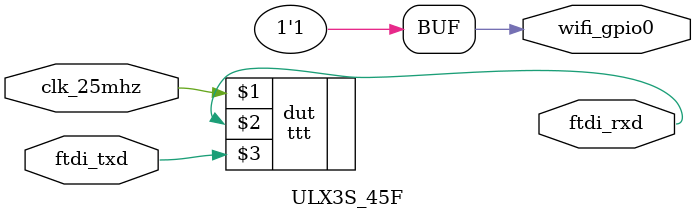
<source format=v>

`include "ttt.v"
`default_nettype none

module ULX3S_45F (
	input clk_25mhz,
	input ftdi_txd,
	output ftdi_rxd,
	output wifi_gpio0);

  // Tie gpio0 high, this keeps the board from rebooting
  assign wifi_gpio0 = 1'b1;

  ttt   #(25_000_000, 115_200)
        dut(clk_25mhz, ftdi_rxd, ftdi_txd);
endmodule

</source>
